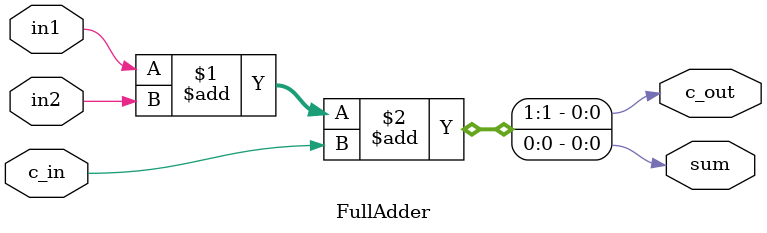
<source format=v>

/*
Module name   : full adder
Author	      : Abdelrahman Hamza

Functionality : A simple full adder which addes 2 bit
*/
module FullAdder (input in1,
                  input in2,
                  input c_in,
       		      output sum,
                  output c_out
                  );
   assign {c_out, sum} = in1 + in2 + c_in;
endmodule
</source>
